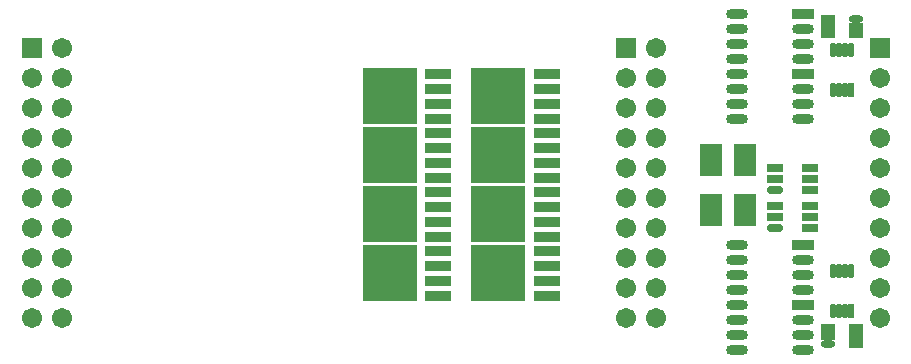
<source format=gbs>
G04*
G04 #@! TF.GenerationSoftware,Altium Limited,Altium Designer,20.1.12 (249)*
G04*
G04 Layer_Color=16711935*
%FSLAX25Y25*%
%MOIN*%
G70*
G04*
G04 #@! TF.SameCoordinates,D57ADFAC-2A33-4F97-B865-62DE6D2BA241*
G04*
G04*
G04 #@! TF.FilePolarity,Negative*
G04*
G01*
G75*
%ADD26O,0.05524X0.02965*%
%ADD27R,0.05524X0.02965*%
%ADD28R,0.07296X0.03359*%
%ADD29O,0.07296X0.03359*%
%ADD35R,0.06706X0.06706*%
%ADD36C,0.06706*%
%ADD51R,0.18123X0.18517*%
%ADD52R,0.08871X0.03359*%
%ADD53R,0.02178X0.04737*%
%ADD54O,0.02178X0.04737*%
%ADD55O,0.04737X0.02572*%
%ADD56R,0.04737X0.02572*%
%ADD57R,0.07690X0.10839*%
D26*
X254528Y57284D02*
D03*
Y44685D02*
D03*
D27*
X265945Y57284D02*
D03*
Y61024D02*
D03*
Y64764D02*
D03*
X254528D02*
D03*
Y61024D02*
D03*
X265945Y44685D02*
D03*
Y48425D02*
D03*
Y52165D02*
D03*
X254528D02*
D03*
Y48425D02*
D03*
D28*
X263878Y38996D02*
D03*
Y116161D02*
D03*
Y96083D02*
D03*
X263878Y18917D02*
D03*
D29*
X263878Y33996D02*
D03*
Y28996D02*
D03*
Y23996D02*
D03*
X241634Y38996D02*
D03*
Y33996D02*
D03*
Y28996D02*
D03*
Y23996D02*
D03*
X263878Y111161D02*
D03*
Y106161D02*
D03*
Y101161D02*
D03*
X241634Y116161D02*
D03*
Y111161D02*
D03*
Y106161D02*
D03*
Y101161D02*
D03*
X263878Y91083D02*
D03*
Y86083D02*
D03*
Y81083D02*
D03*
X241634Y96083D02*
D03*
Y91083D02*
D03*
Y86083D02*
D03*
Y81083D02*
D03*
X263878Y13917D02*
D03*
Y8917D02*
D03*
Y3917D02*
D03*
X241634Y18917D02*
D03*
Y13917D02*
D03*
Y8917D02*
D03*
Y3917D02*
D03*
D35*
X289370Y104567D02*
D03*
X204724D02*
D03*
X6693D02*
D03*
D36*
X289370Y94567D02*
D03*
Y84567D02*
D03*
Y74567D02*
D03*
Y64567D02*
D03*
Y54567D02*
D03*
Y44567D02*
D03*
Y34567D02*
D03*
Y24567D02*
D03*
Y14567D02*
D03*
X214724D02*
D03*
Y24567D02*
D03*
Y34567D02*
D03*
Y44567D02*
D03*
Y54567D02*
D03*
Y64567D02*
D03*
Y74567D02*
D03*
Y84567D02*
D03*
Y94567D02*
D03*
Y104567D02*
D03*
X204724Y14567D02*
D03*
Y24567D02*
D03*
Y34567D02*
D03*
Y44567D02*
D03*
Y54567D02*
D03*
Y64567D02*
D03*
Y74567D02*
D03*
Y84567D02*
D03*
Y94567D02*
D03*
X16693Y14567D02*
D03*
Y24567D02*
D03*
Y34567D02*
D03*
Y44567D02*
D03*
Y54567D02*
D03*
Y64567D02*
D03*
Y74567D02*
D03*
Y84567D02*
D03*
Y94567D02*
D03*
Y104567D02*
D03*
X6693Y14567D02*
D03*
Y24567D02*
D03*
Y34567D02*
D03*
Y44567D02*
D03*
Y54567D02*
D03*
Y64567D02*
D03*
Y74567D02*
D03*
Y84567D02*
D03*
Y94567D02*
D03*
D51*
X125984Y88583D02*
D03*
X162205Y68898D02*
D03*
Y49213D02*
D03*
Y88583D02*
D03*
X125984Y49213D02*
D03*
Y68898D02*
D03*
Y29528D02*
D03*
X162205Y29528D02*
D03*
D52*
X142126Y81083D02*
D03*
Y86083D02*
D03*
Y91083D02*
D03*
Y96083D02*
D03*
X178347Y61398D02*
D03*
Y66398D02*
D03*
Y71398D02*
D03*
Y76398D02*
D03*
Y56713D02*
D03*
Y51713D02*
D03*
Y46713D02*
D03*
Y41713D02*
D03*
Y96083D02*
D03*
Y91083D02*
D03*
Y86083D02*
D03*
Y81083D02*
D03*
X142126Y56713D02*
D03*
Y51713D02*
D03*
Y46713D02*
D03*
Y41713D02*
D03*
Y76398D02*
D03*
Y71398D02*
D03*
Y66398D02*
D03*
Y61398D02*
D03*
Y37028D02*
D03*
Y32028D02*
D03*
Y27028D02*
D03*
Y22028D02*
D03*
X178347Y37028D02*
D03*
Y32028D02*
D03*
Y27028D02*
D03*
Y22027D02*
D03*
D53*
X279795Y17033D02*
D03*
X279724Y90551D02*
D03*
D54*
X277827Y17033D02*
D03*
X275858D02*
D03*
X273890D02*
D03*
X279795Y30419D02*
D03*
X277827D02*
D03*
X275858D02*
D03*
X273890D02*
D03*
X277756Y90551D02*
D03*
X275787D02*
D03*
X273819D02*
D03*
X279724Y103937D02*
D03*
X277756D02*
D03*
X275787D02*
D03*
X273819D02*
D03*
D55*
X272146Y6102D02*
D03*
X281398Y114370D02*
D03*
D56*
X272146Y8661D02*
D03*
Y11220D02*
D03*
X281398D02*
D03*
Y8661D02*
D03*
Y6102D02*
D03*
X281398Y111811D02*
D03*
Y109252D02*
D03*
X272146D02*
D03*
Y111811D02*
D03*
Y114370D02*
D03*
D57*
X233071Y67323D02*
D03*
Y50787D02*
D03*
X244488Y67323D02*
D03*
Y50787D02*
D03*
M02*

</source>
